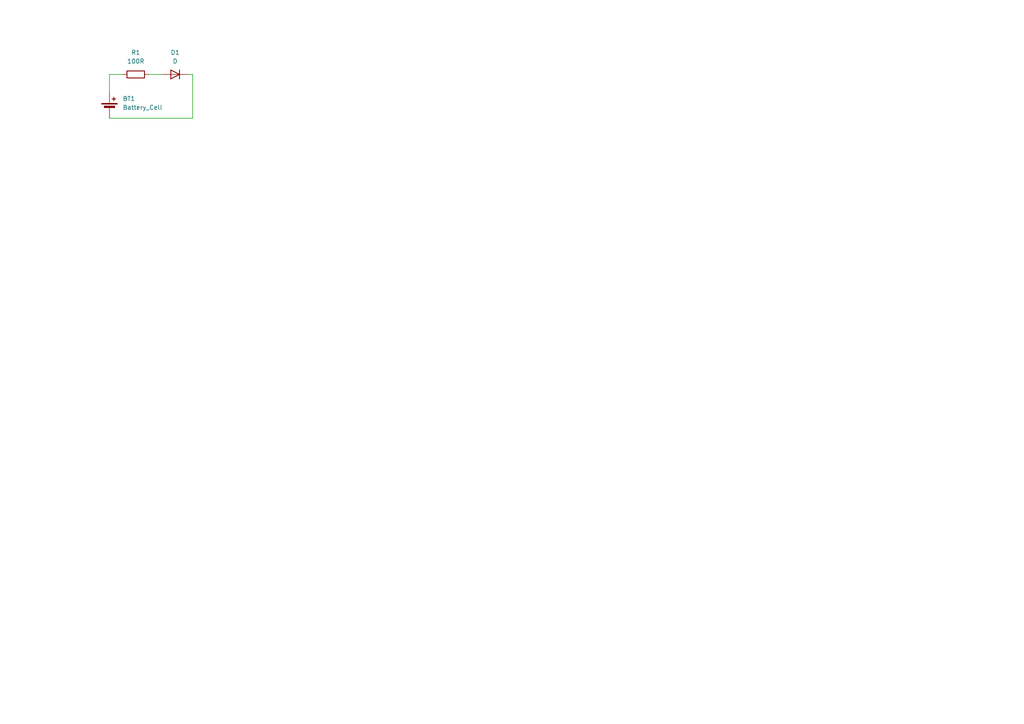
<source format=kicad_sch>
(kicad_sch (version 20231120) (generator "eeschema") (generator_version "8.0")
  (paper "A4")
  (title_block (title "Demo LED Board") (date "2024-10-07") (rev "0.0"))
  (lib_symbols
    (symbol "Device:Battery_Cell" (pin_numbers hide) (pin_names (offset 0) hide)
      (property "Reference" "BT" (at 2.54 2.54 0))
      (property "Value" "Battery_Cell" (at 2.54 0 0))
      (symbol "Battery_Cell_0_1"
        (rectangle (start -2.286 1.778) (end 2.286 1.524) (fill (type outline)))
        (rectangle (start -1.524 1.016) (end 1.524 0.508) (fill (type outline)))
        (polyline (pts (xy 0 0.762) (xy 0 0)))
        (polyline (pts (xy 0 1.778) (xy 0 2.54)))
        (polyline (pts (xy 0.762 3.048) (xy 1.778 3.048)) (stroke (width 0.254)))
        (polyline (pts (xy 1.27 3.556) (xy 1.27 2.54)) (stroke (width 0.254)))
      )
      (symbol "Battery_Cell_1_1"
        (pin passive line (at 0 5.08 270) (length 2.54) (name "+") (number "1"))
        (pin passive line (at 0 -2.54 90) (length 2.54) (name "-") (number "2"))
      )
    )
    (symbol "Device:D" (pin_numbers hide) (pin_names (offset 1.016) hide)
      (property "Reference" "D" (at 0 2.54 0))
      (property "Value" "D" (at 0 -2.54 0))
      (symbol "D_0_1"
        (polyline (pts (xy -1.27 1.27) (xy -1.27 -1.27)) (stroke (width 0.254)))
        (polyline (pts (xy 1.27 0) (xy -1.27 0)))
        (polyline (pts (xy 1.27 1.27) (xy 1.27 -1.27) (xy -1.27 0) (xy 1.27 1.27)) (stroke (width 0.254)))
      )
      (symbol "D_1_1"
        (pin passive line (at -3.81 0 0) (length 2.54) (name "K") (number "1"))
        (pin passive line (at 3.81 0 180) (length 2.54) (name "A") (number "2"))
      )
    )
    (symbol "Device:R" (pin_numbers hide) (pin_names (offset 0))
      (property "Reference" "R" (at 2.032 0 90))
      (property "Value" "R" (at 0 0 90))
      (symbol "R_0_1"
        (rectangle (start -1.016 -2.54) (end 1.016 2.54) (stroke (width 0.254)))
      )
      (symbol "R_1_1"
        (pin passive line (at 0 3.81 270) (length 1.27) (name "~") (number "1"))
        (pin passive line (at 0 -3.81 90) (length 1.27) (name "~") (number "2"))
      )
    )
  )
  (wire (pts (xy 31.75 21.59) (xy 35.56 21.59)))
  (wire (pts (xy 55.88 34.29) (xy 31.75 34.29)))
  (wire (pts (xy 31.75 26.67) (xy 31.75 21.59)))
  (wire (pts (xy 54.61 21.59) (xy 55.88 21.59)))
  (wire (pts (xy 43.18 21.59) (xy 46.99 21.59)))
  (wire (pts (xy 55.88 21.59) (xy 55.88 34.29)))
  (symbol (lib_id "Device:Battery_Cell") (at 31.75 31.75 0) (unit 1)
    (property "Reference" "BT1" (at 35.56 28.6384 0) (effects (justify left)))
    (property "Value" "Battery_Cell" (at 35.56 31.1784 0) (effects (justify left)))
    (property "Footprint" "Battery:BatteryHolder_Seiko_MS621F" (effects (hide yes)))
    (property "Description" "Single-cell battery" (effects (hide yes)))
  )
  (symbol (lib_id "Device:R") (at 39.37 21.59 90) (unit 1)
    (property "Reference" "R1" (at 39.37 15.24 90))
    (property "Value" "100R" (at 39.37 17.78 90))
    (property "Footprint" "Resistor_SMD:R_0805_2012Metric_Pad1.20x1.40mm_HandSolder" (effects (hide yes)))
    (property "Description" "Resistor" (effects (hide yes)))
  )
  (symbol (lib_id "Device:D") (at 50.8 21.59 180) (unit 1)
    (property "Reference" "D1" (at 50.8 15.24 0))
    (property "Value" "D" (at 50.8 17.78 0))
    (property "Footprint" "Diode_SMD:D_0805_2012Metric_Pad1.15x1.40mm_HandSolder" (effects (hide yes)))
    (property "Description" "Diode" (effects (hide yes)))
    (property "Sim.Device" "D" (effects (hide yes)))
    (property "Sim.Pins" "1=K 2=A" (effects (hide yes)))
  )
)
</source>
